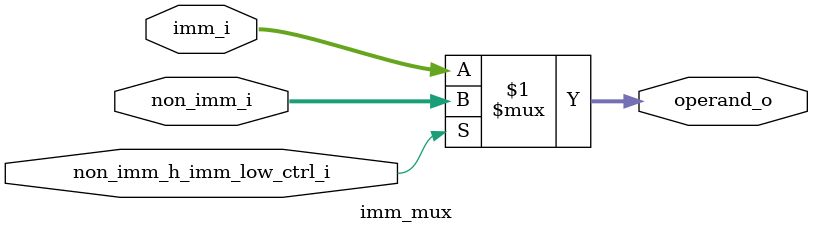
<source format=sv>
module imm_mux #(
    parameter DATA_WIDTH = 32
) (
    input wire [DATA_WIDTH-1:0] non_imm_i,
    input wire [DATA_WIDTH-1:0] imm_i,
    input wire non_imm_h_imm_low_ctrl_i,
    output wire [DATA_WIDTH-1:0] operand_o
);

assign operand_o = non_imm_h_imm_low_ctrl_i ? non_imm_i : imm_i;

endmodule
</source>
